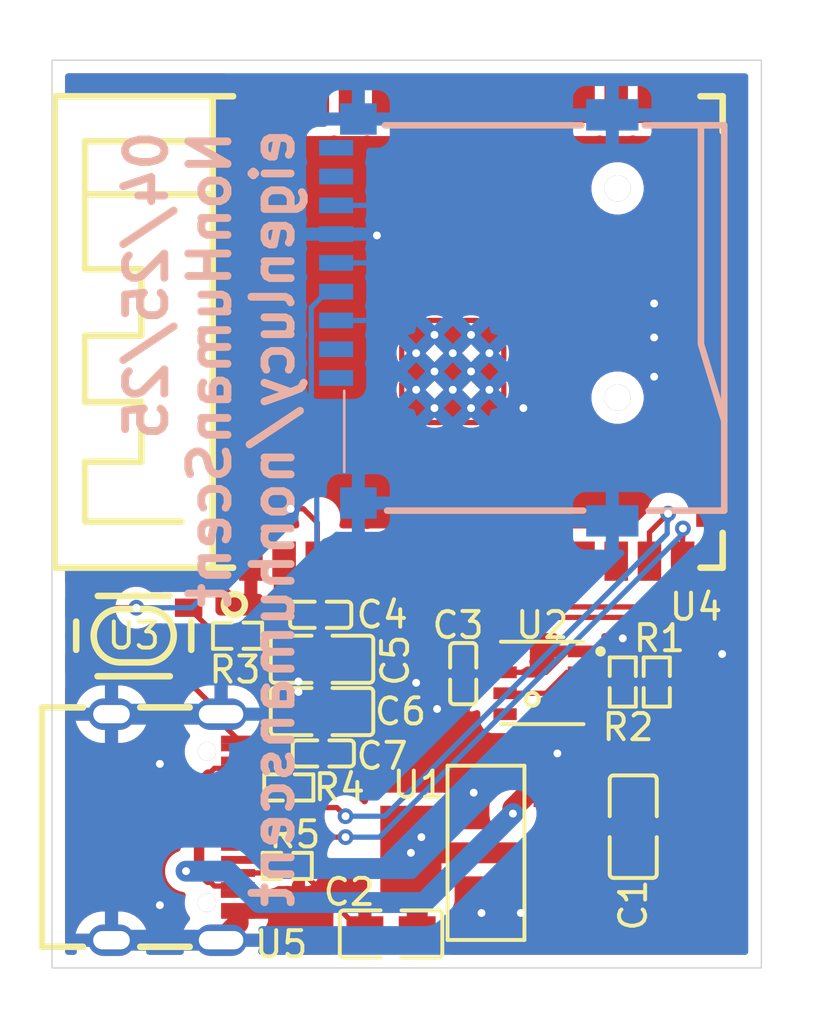
<source format=kicad_pcb>
(kicad_pcb (version 20241229) (generator "pcbnew") (generator_version "9.0")
  (layers (0 "F.Cu" signal) (2 "B.Cu" signal) (13 "F.Paste" user) (15 "B.Paste" user) (5 "F.SilkS" user "F.Silkscreen") (7 "B.SilkS" user "B.Silkscreen") (1 "F.Mask" user) (3 "B.Mask" user) (25 "Edge.Cuts" user))
  (net 0 "")
  (net 1 "io18")
  (net 2 "io40")
  (net 3 "io45")
  (net 4 "io37")
  (net 5 "CC2")
  (net 6 "SDI")
  (net 7 "io16")
  (net 8 "io4")
  (net 9 "io36")
  (net 10 "io1")
  (net 11 "SUB2")
  (net 12 "io46")
  (net 13 "io20")
  (net 14 "RXD0")
  (net 15 "io10")
  (net 16 "io5")
  (net 17 "io17")
  (net 18 "io42")
  (net 19 "io2")
  (net 20 "TXD0")
  (net 21 "io47")
  (net 22 "io41")
  (net 23 "SDO")
  (net 24 "io8")
  (net 25 "io0")
  (net 26 "SCK")
  (net 27 "io9")
  (net 28 "io39")
  (net 29 "io38")
  (net 30 "CSB")
  (net 31 "io3")
  (net 32 "A8")
  (net 33 "A5")
  (net 34 "hv-1")
  (net 35 "io15")
  (net 36 "io21")
  (net 37 "io48")
  (net 38 "io19")
  (net 39 "io14")
  (net 40 "gnd")
  (net 41 "io35")
  (net 42 "in")
  (net 43 "CD")
  (net 44 "DAT2_RSV_")
  (net 45 "CDDAT3_CS_")
  (net 46 "DAT1_RSV_")
  (net 47 "CLK_SCLK_")
  (net 48 "DAT0_D0_")
  (net 49 "CMD_DI_")
  (net 50 "hv")
  (footprint "atopile:C0402-b3ef17" (layer "F.Cu") (at 85.8 83.75 -90)
    (property "Reference" "C3" (at -1.85 0.2 0) (layer "F.SilkS") (hide no))
    (property "Value" "100nF ±10% 16V X7R" (hide yes))
    (pad "1" smd rect (at -0.55 0 270) (size 0.79 0.54) (layers "F.Cu" "F.Mask" "F.Paste") (net 50 "hv"))
    (pad "2" smd rect (at 0.55 0 270) (size 0.79 0.54) (layers "F.Cu" "F.Mask" "F.Paste") (net 40 "gnd"))
  )
  (footprint "lib:KEY-SMD_4P-L4.2-W3.2-P2.20-LS4.6" (layer "F.Cu") (at 73.2 82.3 0)
    (property "Reference" "U3" (hide yes))
    (property "Value" "")
    (fp_text user "${REFERENCE}" (at 0 0 0) (layer "F.SilkS"))
    (pad "1" smd rect (at -2.1 -1.07 0) (size 1.05 0.7) (layers "F.Cu" "F.Mask" "F.Paste") (net 42 "in"))
    (pad "2" smd rect (at 2.1 -1.07 0) (size 1.05 0.7) (layers "F.Cu" "F.Mask" "F.Paste") (net 42 "in"))
    (pad "3" smd rect (at -2.1 1.07 0) (size 1.05 0.7) (layers "F.Cu" "F.Mask" "F.Paste") (net 40 "gnd"))
    (pad "4" smd rect (at 2.1 1.07 0) (size 1.05 0.7) (layers "F.Cu" "F.Mask" "F.Paste") (net 40 "gnd"))
  )
  (footprint "lib:SOT-223-3_L6.5-W3.4-P2.30-LS7.0-BR" (layer "F.Cu") (at 86.77 90.6 0)
    (property "Reference" "U1" (at -2.67 -2.6 0) (layer "F.SilkS") (hide no))
    (property "Value" "")
    (pad "1" smd rect (at 2.97 2.3 0) (size 2.5 1.1) (layers "F.Cu" "F.Mask" "F.Paste") (net 40 "gnd"))
    (pad "2" smd rect (at 2.97 0 0) (size 2.5 1.1) (layers "F.Cu" "F.Mask" "F.Paste") (net 50 "hv"))
    (pad "3" smd rect (at 2.97 -2.3 0) (size 2.5 1.1) (layers "F.Cu" "F.Mask" "F.Paste") (net 34 "hv-1"))
    (pad "4" smd rect (at -2.97 0 0) (size 2.34 3.6) (layers "F.Cu" "F.Mask" "F.Paste") (net 50 "hv"))
  )
  (footprint "atopile:R0402-56259e" (layer "F.Cu") (at 79.07 91.1 0)
    (property "Reference" "R5" (hide yes))
    (property "Value" "4.7kΩ ±1% 62.5mW" (hide yes))
    (fp_text user "${REFERENCE}" (at 0.29 -1.2 0) (layer "F.SilkS"))
    (pad "1" smd rect (at -0.43 0 0) (size 0.57 0.54) (layers "F.Cu" "F.Mask" "F.Paste") (net 5 "CC2"))
    (pad "2" smd rect (at 0.43 0 0) (size 0.57 0.54) (layers "F.Cu" "F.Mask" "F.Paste") (net 40 "gnd"))
  )
  (footprint "atopile:C0805-3b2e55" (layer "F.Cu") (at 92.3 89.6 -90)
    (property "Reference" "C1" (hide yes))
    (property "Value" "10µF ±10% 25V X5R" (hide yes))
    (fp_text user "${REFERENCE}" (at 3 0 90) (layer "F.SilkS"))
    (pad "1" smd rect (at -1 0 270) (size 1.41 1.35) (layers "F.Cu" "F.Mask" "F.Paste") (net 34 "hv-1"))
    (pad "2" smd rect (at 1 0 270) (size 1.41 1.35) (layers "F.Cu" "F.Mask" "F.Paste") (net 40 "gnd"))
  )
  (footprint "atopile:R0402-56259e" (layer "F.Cu") (at 93.2 84.07 90)
    (property "Reference" "R1" (hide yes))
    (property "Value" "1kΩ ±1% 62.5mW" (hide yes))
    (fp_text user "${REFERENCE}" (at 1.67 0.1 180) (layer "F.SilkS"))
    (pad "1" smd rect (at -0.43 0 90) (size 0.57 0.54) (layers "F.Cu" "F.Mask" "F.Paste") (net 26 "SCK"))
    (pad "2" smd rect (at 0.43 0 90) (size 0.57 0.54) (layers "F.Cu" "F.Mask" "F.Paste") (net 30 "CSB"))
  )
  (footprint "lib:WIRELM-SMD_ESP32-S3-WROOM-1" (layer "F.Cu") (at 86.57 70.7 90)
    (property "Reference" "U4" (at -10.5 8.13 180) (layer "F.SilkS") (hide no))
    (property "Value" "")
    (pad "" thru_hole circle (at -2.9 -1.87 90) (size 0.5 0.5) (drill 0.3) (layers "*.Cu" "*.Paste" "*.Mask") (net 40 "gnd"))
    (pad "" thru_hole circle (at -2.9 -0.47 90) (size 0.5 0.5) (drill 0.3) (layers "*.Cu" "*.Paste" "*.Mask") (net 40 "gnd"))
    (pad "" thru_hole circle (at -2.2 -2.57 90) (size 0.5 0.5) (drill 0.3) (layers "*.Cu" "*.Paste" "*.Mask") (net 40 "gnd"))
    (pad "" thru_hole circle (at -2.2 -1.17 90) (size 0.5 0.5) (drill 0.3) (layers "*.Cu" "*.Paste" "*.Mask") (net 40 "gnd"))
    (pad "" thru_hole circle (at -2.2 0.23 90) (size 0.5 0.5) (drill 0.3) (layers "*.Cu" "*.Paste" "*.Mask") (net 40 "gnd"))
    (pad "" thru_hole circle (at -1.5 -1.87 90) (size 0.5 0.5) (drill 0.3) (layers "*.Cu" "*.Paste" "*.Mask") (net 40 "gnd"))
    (pad "" thru_hole circle (at -1.5 -0.47 90) (size 0.5 0.5) (drill 0.3) (layers "*.Cu" "*.Paste" "*.Mask") (net 40 "gnd"))
    (pad "" thru_hole circle (at -0.8 -2.57 90) (size 0.5 0.5) (drill 0.3) (layers "*.Cu" "*.Paste" "*.Mask") (net 40 "gnd"))
    (pad "" thru_hole circle (at -0.8 -1.17 90) (size 0.5 0.5) (drill 0.3) (layers "*.Cu" "*.Paste" "*.Mask") (net 40 "gnd"))
    (pad "" thru_hole circle (at -0.8 0.23 90) (size 0.5 0.5) (drill 0.3) (layers "*.Cu" "*.Paste" "*.Mask") (net 40 "gnd"))
    (pad "" thru_hole circle (at -0.1 -1.87 90) (size 0.5 0.5) (drill 0.3) (layers "*.Cu" "*.Paste" "*.Mask") (net 40 "gnd"))
    (pad "" thru_hole circle (at -0.1 -0.47 90) (size 0.5 0.5) (drill 0.3) (layers "*.Cu" "*.Paste" "*.Mask") (net 40 "gnd"))
    (pad "1" smd rect (at -8.75 -8.89 90) (size 1.5 0.9) (layers "F.Cu" "F.Mask" "F.Paste") (net 40 "gnd"))
    (pad "2" smd rect (at -8.75 -7.62 90) (size 1.5 0.9) (layers "F.Cu" "F.Mask" "F.Paste") (net 50 "hv"))
    (pad "3" smd rect (at -8.75 -6.35 90) (size 1.5 0.9) (layers "F.Cu" "F.Mask" "F.Paste") (net 42 "in"))
    (pad "4" smd rect (at -8.75 -5.08 90) (size 1.5 0.9) (layers "F.Cu" "F.Mask" "F.Paste") (net 8 "io4"))
    (pad "5" smd rect (at -8.75 -3.81 90) (size 1.5 0.9) (layers "F.Cu" "F.Mask" "F.Paste") (net 16 "io5"))
    (pad "6" smd rect (at -8.75 -2.54 90) (size 1.5 0.9) (layers "F.Cu" "F.Mask" "F.Paste") (net 26 "SCK"))
    (pad "7" smd rect (at -8.75 -1.27 90) (size 1.5 0.9) (layers "F.Cu" "F.Mask" "F.Paste") (net 6 "SDI"))
    (pad "8" smd rect (at -8.75 0 90) (size 1.5 0.9) (layers "F.Cu" "F.Mask" "F.Paste") (net 35 "io15"))
    (pad "9" smd rect (at -8.75 1.27 90) (size 1.5 0.9) (layers "F.Cu" "F.Mask" "F.Paste") (net 7 "io16"))
    (pad "10" smd rect (at -8.75 2.54 90) (size 1.5 0.9) (layers "F.Cu" "F.Mask" "F.Paste") (net 17 "io17"))
    (pad "11" smd rect (at -8.75 3.81 90) (size 1.5 0.9) (layers "F.Cu" "F.Mask" "F.Paste") (net 1 "io18"))
    (pad "12" smd rect (at -8.75 5.08 90) (size 1.5 0.9) (layers "F.Cu" "F.Mask" "F.Paste") (net 24 "io8"))
    (pad "13" smd rect (at -8.75 6.35 90) (size 1.5 0.9) (layers "F.Cu" "F.Mask" "F.Paste") (net 38 "io19"))
    (pad "14" smd rect (at -8.75 7.62 90) (size 1.5 0.9) (layers "F.Cu" "F.Mask" "F.Paste") (net 13 "io20"))
    (pad "15" smd rect (at -6.99 8.89 180) (size 1.5 0.9) (layers "F.Cu" "F.Mask" "F.Paste") (net 31 "io3"))
    (pad "16" smd rect (at -5.72 8.89 180) (size 1.5 0.9) (layers "F.Cu" "F.Mask" "F.Paste") (net 12 "io46"))
    (pad "17" smd rect (at -4.45 8.89 180) (size 1.5 0.9) (layers "F.Cu" "F.Mask" "F.Paste") (net 27 "io9"))
    (pad "18" smd rect (at -3.18 8.89 180) (size 1.5 0.9) (layers "F.Cu" "F.Mask" "F.Paste") (net 15 "io10"))
    (pad "19" smd rect (at -1.91 8.89 180) (size 1.5 0.9) (layers "F.Cu" "F.Mask" "F.Paste") (net 49 "CMD_DI_"))
    (pad "20" smd rect (at -0.63 8.89 180) (size 1.5 0.9) (layers "F.Cu" "F.Mask" "F.Paste") (net 47 "CLK_SCLK_"))
    (pad "21" smd rect (at 0.63 8.89 180) (size 1.5 0.9) (layers "F.Cu" "F.Mask" "F.Paste") (net 48 "DAT0_D0_"))
    (pad "22" smd rect (at 1.9 8.89 180) (size 1.5 0.9) (layers "F.Cu" "F.Mask" "F.Paste") (net 39 "io14"))
    (pad "23" smd rect (at 3.17 8.89 180) (size 1.5 0.9) (layers "F.Cu" "F.Mask" "F.Paste") (net 36 "io21"))
    (pad "24" smd rect (at 4.45 8.89 180) (size 1.5 0.9) (layers "F.Cu" "F.Mask" "F.Paste") (net 21 "io47"))
    (pad "25" smd rect (at 5.72 8.89 180) (size 1.5 0.9) (layers "F.Cu" "F.Mask" "F.Paste") (net 37 "io48"))
    (pad "26" smd rect (at 6.99 8.86 180) (size 1.5 0.9) (layers "F.Cu" "F.Mask" "F.Paste") (net 3 "io45"))
    (pad "27" smd rect (at 8.75 7.62 270) (size 1.5 0.9) (layers "F.Cu" "F.Mask" "F.Paste") (net 25 "io0"))
    (pad "28" smd rect (at 8.75 6.35 270) (size 1.5 0.9) (layers "F.Cu" "F.Mask" "F.Paste") (net 41 "io35"))
    (pad "29" smd rect (at 8.75 5.08 270) (size 1.5 0.9) (layers "F.Cu" "F.Mask" "F.Paste") (net 9 "io36"))
    (pad "30" smd rect (at 8.75 3.81 270) (size 1.5 0.9) (layers "F.Cu" "F.Mask" "F.Paste") (net 4 "io37"))
    (pad "31" smd rect (at 8.75 2.54 270) (size 1.5 0.9) (layers "F.Cu" "F.Mask" "F.Paste") (net 29 "io38"))
    (pad "32" smd rect (at 8.75 1.27 270) (size 1.5 0.9) (layers "F.Cu" "F.Mask" "F.Paste") (net 28 "io39"))
    (pad "33" smd rect (at 8.75 0 270) (size 1.5 0.9) (layers "F.Cu" "F.Mask" "F.Paste") (net 2 "io40"))
    (pad "34" smd rect (at 8.75 -1.27 270) (size 1.5 0.9) (layers "F.Cu" "F.Mask" "F.Paste") (net 22 "io41"))
    (pad "35" smd rect (at 8.75 -2.54 270) (size 1.5 0.9) (layers "F.Cu" "F.Mask" "F.Paste") (net 18 "io42"))
    (pad "36" smd rect (at 8.75 -3.81 270) (size 1.5 0.9) (layers "F.Cu" "F.Mask" "F.Paste") (net 14 "RXD0"))
    (pad "37" smd rect (at 8.75 -5.08 270) (size 1.5 0.9) (layers "F.Cu" "F.Mask" "F.Paste") (net 20 "TXD0"))
    (pad "38" smd rect (at 8.75 -6.35 270) (size 1.5 0.9) (layers "F.Cu" "F.Mask" "F.Paste") (net 19 "io2"))
    (pad "39" smd rect (at 8.75 -7.62 270) (size 1.5 0.9) (layers "F.Cu" "F.Mask" "F.Paste") (net 10 "io1"))
    (pad "40" smd rect (at 8.75 -8.89 270) (size 1.5 0.9) (layers "F.Cu" "F.Mask" "F.Paste") (net 40 "gnd"))
    (pad "41" smd rect (at -2.9 -2.57 180) (size 0.9 0.9) (layers "F.Cu" "F.Mask" "F.Paste") (net 40 "gnd"))
    (pad "41" smd rect (at -2.9 -1.17 180) (size 0.9 0.9) (layers "F.Cu" "F.Mask" "F.Paste") (net 40 "gnd"))
    (pad "41" smd rect (at -2.9 0.23 180) (size 0.9 0.9) (layers "F.Cu" "F.Mask" "F.Paste") (net 40 "gnd"))
    (pad "41" smd rect (at -1.5 -2.57 180) (size 0.9 0.9) (layers "F.Cu" "F.Mask" "F.Paste") (net 40 "gnd"))
    (pad "41" smd rect (at -1.5 -1.17 180) (size 0.9 0.9) (layers "F.Cu" "F.Mask" "F.Paste") (net 40 "gnd"))
    (pad "41" smd rect (at -1.5 0.23 180) (size 0.9 0.9) (layers "F.Cu" "F.Mask" "F.Paste") (net 40 "gnd"))
    (pad "41" smd rect (at -0.1 -2.57 180) (size 0.9 0.9) (layers "F.Cu" "F.Mask" "F.Paste") (net 40 "gnd"))
    (pad "41" smd rect (at -0.1 -1.17 180) (size 0.9 0.9) (layers "F.Cu" "F.Mask" "F.Paste") (net 40 "gnd"))
    (pad "41" smd rect (at -0.1 0.23 180) (size 0.9 0.9) (layers "F.Cu" "F.Mask" "F.Paste") (net 40 "gnd"))
  )
  (footprint "atopile:C0805-3b2e55" (layer "F.Cu") (at 83.04 93.7 180)
    (property "Reference" "C2" (at 1.6 1.6 0) (layer "F.SilkS") (hide no))
    (property "Value" "10µF ±10% 25V X5R" (hide yes))
    (pad "1" smd rect (at -1 0 180) (size 1.41 1.35) (layers "F.Cu" "F.Mask" "F.Paste") (net 50 "hv"))
    (pad "2" smd rect (at 1 0 180) (size 1.41 1.35) (layers "F.Cu" "F.Mask" "F.Paste") (net 40 "gnd"))
  )
  (footprint "atopile:C0402-b3ef17" (layer "F.Cu") (at 80.35 81.5 0)
    (property "Reference" "C4" (at 2.35 0 0) (layer "F.SilkS") (hide no))
    (property "Value" "100nF ±10% 16V X7R" (hide yes))
    (pad "1" smd rect (at -0.55 0 0) (size 0.79 0.54) (layers "F.Cu" "F.Mask" "F.Paste") (net 50 "hv"))
    (pad "2" smd rect (at 0.55 0 0) (size 0.79 0.54) (layers "F.Cu" "F.Mask" "F.Paste") (net 40 "gnd"))
  )
  (footprint "lib:USB-C-SMD_KH-TYPE-C-16P" (layer "F.Cu") (at 74.77 89.62 -90)
    (property "Reference" "U5" (hide yes))
    (property "Value" "")
    (fp_text user "${REFERENCE}" (at 4.48 -4.07 0) (layer "F.SilkS"))
    (pad "" thru_hole circle (at -2.89 -1.23 270) (size 0.7 0.7) (drill 0.7) (layers "*.Cu" "*.Mask"))
    (pad "" thru_hole circle (at 2.89 -1.23 270) (size 0.7 0.7) (drill 0.7) (layers "*.Cu" "*.Mask"))
    (pad "1" thru_hole oval (at -4.32 -1.77 270) (size 1.2 2) (drill oval 0.700024 1.699997) (layers "*.Cu" "*.Mask") (net 40 "gnd"))
    (pad "2" thru_hole oval (at 4.32 -1.77 270) (size 1.2 2) (drill oval 0.700024 1.699997) (layers "*.Cu" "*.Mask") (net 40 "gnd"))
    (pad "3" thru_hole oval (at -4.32 2.42 270) (size 1.2 1.8) (drill oval 0.700024 1.399997) (layers "*.Cu" "*.Mask") (net 40 "gnd"))
    (pad "4" thru_hole oval (at 4.32 2.42 270) (size 1.2 1.8) (drill oval 0.700024 1.399997) (layers "*.Cu" "*.Mask") (net 40 "gnd"))
    (pad "A1" smd rect (at -3.35 -2.42 270) (size 0.3 1.3) (layers "F.Cu" "F.Mask" "F.Paste") (net 40 "gnd"))
    (pad "A4" smd rect (at -2.55 -2.42 270) (size 0.3 1.3) (layers "F.Cu" "F.Mask" "F.Paste") (net 34 "hv-1"))
    (pad "A5" smd rect (at -1.25 -2.42 270) (size 0.3 1.3) (layers "F.Cu" "F.Mask" "F.Paste") (net 33 "A5"))
    (pad "A6" smd rect (at -0.25 -2.42 270) (size 0.3 1.3) (layers "F.Cu" "F.Mask" "F.Paste") (net 13 "io20"))
    (pad "A7" smd rect (at 0.25 -2.42 270) (size 0.3 1.3) (layers "F.Cu" "F.Mask" "F.Paste") (net 38 "io19"))
    (pad "A8" smd rect (at 1.25 -2.42 270) (size 0.3 1.3) (layers "F.Cu" "F.Mask" "F.Paste") (net 32 "A8"))
    (pad "A9" smd rect (at 2.55 -2.41 270) (size 0.3 1.3) (layers "F.Cu" "F.Mask" "F.Paste") (net 34 "hv-1"))
    (pad "A12" smd rect (at 3.35 -2.42 270) (size 0.3 1.3) (layers "F.Cu" "F.Mask" "F.Paste") (net 40 "gnd"))
    (pad "B1" smd rect (at 3.05 -2.42 270) (size 0.3 1.3) (layers "F.Cu" "F.Mask" "F.Paste") (net 40 "gnd"))
    (pad "B4" smd rect (at 2.25 -2.41 270) (size 0.3 1.3) (layers "F.Cu" "F.Mask" "F.Paste") (net 34 "hv-1"))
    (pad "B5" smd rect (at 1.75 -2.42 270) (size 0.3 1.3) (layers "F.Cu" "F.Mask" "F.Paste") (net 5 "CC2"))
    (pad "B6" smd rect (at 0.75 -2.42 270) (size 0.3 1.3) (layers "F.Cu" "F.Mask" "F.Paste") (net 13 "io20"))
    (pad "B7" smd rect (at -0.75 -2.42 270) (size 0.3 1.3) (layers "F.Cu" "F.Mask" "F.Paste") (net 38 "io19"))
    (pad "B8" smd rect (at -1.75 -2.42 270) (size 0.3 1.3) (layers "F.Cu" "F.Mask" "F.Paste") (net 11 "SUB2"))
    (pad "B9" smd rect (at -2.25 -2.42 270) (size 0.3 1.3) (layers "F.Cu" "F.Mask" "F.Paste") (net 34 "hv-1"))
    (pad "B12" smd rect (at -3.05 -2.42 270) (size 0.3 1.3) (layers "F.Cu" "F.Mask" "F.Paste") (net 40 "gnd"))
  )
  (footprint "atopile:R0402-56259e" (layer "F.Cu") (at 77.17 82.3 180)
    (property "Reference" "R3" (hide yes))
    (property "Value" "10kΩ ±1% 62.5mW" (hide yes))
    (fp_text user "${REFERENCE}" (at 0.1 -1.3 0) (layer "F.SilkS"))
    (pad "1" smd rect (at -0.43 0 180) (size 0.57 0.54) (layers "F.Cu" "F.Mask" "F.Paste") (net 50 "hv"))
    (pad "2" smd rect (at 0.43 0 180) (size 0.57 0.54) (layers "F.Cu" "F.Mask" "F.Paste") (net 42 "in"))
  )
  (footprint "atopile:R0402-56259e" (layer "F.Cu") (at 91.9 84.07 90)
    (property "Reference" "R2" (hide yes))
    (property "Value" "1kΩ ±1% 62.5mW" (hide yes))
    (fp_text user "${REFERENCE}" (at -1.73 0.2 180) (layer "F.SilkS"))
    (pad "1" smd rect (at -0.43 0 90) (size 0.57 0.54) (layers "F.Cu" "F.Mask" "F.Paste") (net 6 "SDI"))
    (pad "2" smd rect (at 0.43 0 90) (size 0.57 0.54) (layers "F.Cu" "F.Mask" "F.Paste") (net 30 "CSB"))
  )
  (footprint "atopile:C0805-3b2e55" (layer "F.Cu") (at 80.4 85.2 0)
    (property "Reference" "C6" (at 3 0 0) (layer "F.SilkS") (hide no))
    (property "Value" "10µF ±10% 25V X5R" (hide yes))
    (pad "1" smd rect (at -1 0 0) (size 1.41 1.35) (layers "F.Cu" "F.Mask" "F.Paste") (net 50 "hv"))
    (pad "2" smd rect (at 1 0 0) (size 1.41 1.35) (layers "F.Cu" "F.Mask" "F.Paste") (net 40 "gnd"))
  )
  (footprint "atopile:R0402-56259e" (layer "F.Cu") (at 79.13 88.1 0)
    (property "Reference" "R4" (hide yes))
    (property "Value" "4.7kΩ ±1% 62.5mW" (hide yes))
    (fp_text user "${REFERENCE}" (at 1.93 0 0) (layer "F.SilkS"))
    (pad "1" smd rect (at -0.43 0 0) (size 0.57 0.54) (layers "F.Cu" "F.Mask" "F.Paste") (net 33 "A5"))
    (pad "2" smd rect (at 0.43 0 0) (size 0.57 0.54) (layers "F.Cu" "F.Mask" "F.Paste") (net 40 "gnd"))
  )
  (footprint "atopile:LGA-8_L3.0-W3.0-P0.80_BME688-7465bb" (layer "F.Cu") (at 88.82 84.1 0)
    (property "Reference" "U2" (at 0 -2.2 0) (layer "F.SilkS") (hide no))
    (property "Value" "")
    (pad "1" smd rect (at 1.42 -1.2 270) (size 0.45 0.89) (layers "F.Cu" "F.Mask" "F.Paste") (net 40 "gnd"))
    (pad "2" smd rect (at 1.42 -0.4 270) (size 0.45 0.89) (layers "F.Cu" "F.Mask" "F.Paste") (net 30 "CSB"))
    (pad "3" smd rect (at 1.42 0.4 270) (size 0.45 0.89) (layers "F.Cu" "F.Mask" "F.Paste") (net 6 "SDI"))
    (pad "4" smd rect (at 1.42 1.2 270) (size 0.45 0.89) (layers "F.Cu" "F.Mask" "F.Paste") (net 26 "SCK"))
    (pad "5" smd rect (at -1.42 1.2 270) (size 0.45 0.89) (layers "F.Cu" "F.Mask" "F.Paste") (net 23 "SDO"))
    (pad "6" smd rect (at -1.42 0.4 270) (size 0.45 0.89) (layers "F.Cu" "F.Mask" "F.Paste") (net 30 "CSB"))
    (pad "7" smd rect (at -1.42 -0.4 270) (size 0.45 0.89) (layers "F.Cu" "F.Mask" "F.Paste") (net 40 "gnd"))
    (pad "8" smd rect (at -1.42 -1.2 270) (size 0.45 0.89) (layers "F.Cu" "F.Mask" "F.Paste") (net 50 "hv"))
  )
  (footprint "atopile:C0805-3b2e55" (layer "F.Cu") (at 80.4 83.2 0)
    (property "Reference" "C5" (at 2.8 0.04 90) (layer "F.SilkS") (hide no))
    (property "Value" "10µF ±10% 25V X5R" (hide yes))
    (pad "1" smd rect (at -1 0 0) (size 1.41 1.35) (layers "F.Cu" "F.Mask" "F.Paste") (net 50 "hv"))
    (pad "2" smd rect (at 1 0 0) (size 1.41 1.35) (layers "F.Cu" "F.Mask" "F.Paste") (net 40 "gnd"))
  )
  (footprint "atopile:C0402-b3ef17" (layer "F.Cu") (at 80.45 86.8 0)
    (property "Reference" "C7" (hide yes))
    (property "Value" "100nF ±10% 16V X7R" (hide yes))
    (fp_text user "${REFERENCE}" (at 2.25 0.1 0) (layer "F.SilkS"))
    (pad "1" smd rect (at -0.55 0 0) (size 0.79 0.54) (layers "F.Cu" "F.Mask" "F.Paste") (net 50 "hv"))
    (pad "2" smd rect (at 0.55 0 0) (size 0.79 0.54) (layers "F.Cu" "F.Mask" "F.Paste") (net 40 "gnd"))
  )
  (footprint "lib:TF-SMD_TF-01A" (layer "B.Cu") (at 86.22 70.15 -90)
    (property "Reference" "U6" (hide yes))
    (property "Value" "")
    (pad "" thru_hole circle (at -4.95 -5.48 270) (size 1 1) (drill 1) (layers "*.Cu" "*.Mask"))
    (pad "" thru_hole circle (at 3.05 -5.48 270) (size 1 1) (drill 1) (layers "*.Cu" "*.Mask"))
    (pad "1" smd rect (at 2.3 5.28 270) (size 0.6 1.3) (layers "B.Cu" "B.Mask" "B.Paste") (net 44 "DAT2_RSV_"))
    (pad "2" smd rect (at 1.2 5.28 270) (size 0.6 1.3) (layers "B.Cu" "B.Mask" "B.Paste") (net 45 "CDDAT3_CS_"))
    (pad "3" smd rect (at 0.1 5.28 270) (size 0.6 1.3) (layers "B.Cu" "B.Mask" "B.Paste") (net 49 "CMD_DI_"))
    (pad "4" smd rect (at -1 5.28 270) (size 0.6 1.3) (layers "B.Cu" "B.Mask" "B.Paste") (net 50 "hv"))
    (pad "5" smd rect (at -2.1 5.28 270) (size 0.6 1.3) (layers "B.Cu" "B.Mask" "B.Paste") (net 47 "CLK_SCLK_"))
    (pad "6" smd rect (at -3.2 5.28 270) (size 0.6 1.3) (layers "B.Cu" "B.Mask" "B.Paste") (net 40 "gnd"))
    (pad "7" smd rect (at -4.3 5.28 270) (size 0.6 1.3) (layers "B.Cu" "B.Mask" "B.Paste") (net 48 "DAT0_D0_"))
    (pad "8" smd rect (at -5.4 5.28 270) (size 0.6 1.3) (layers "B.Cu" "B.Mask" "B.Paste") (net 46 "DAT1_RSV_"))
    (pad "9" smd rect (at -6.5 5.28 270) (size 0.6 1.3) (layers "B.Cu" "B.Mask" "B.Paste") (net 43 "CD"))
    (pad "10" smd rect (at -7.6 4.43 270) (size 1.2 1.4) (layers "B.Cu" "B.Mask" "B.Paste") (net 40 "gnd"))
    (pad "11" smd rect (at -7.76 -5.28 270) (size 1.2 2) (layers "B.Cu" "B.Mask" "B.Paste") (net 40 "gnd"))
    (pad "12" smd rect (at 7.76 -5.28 270) (size 1.2 2) (layers "B.Cu" "B.Mask" "B.Paste") (net 40 "gnd"))
    (pad "13" smd rect (at 7.08 4.43 270) (size 1.2 1.4) (layers "B.Cu" "B.Mask" "B.Paste") (net 40 "gnd"))
  )
  (via (at 81.3 90) (size 0.6) (drill 0.3) (layers "F.Cu" "B.Cu") (net 13))
  (via (at 94.2 78.2) (size 0.6) (drill 0.3) (layers "F.Cu" "B.Cu") (net 13))
  (via (at 75.2 91.3) (size 0.6) (drill 0.3) (layers "F.Cu" "B.Cu") (net 34))
  (via (at 87.7 89.1) (size 0.6) (drill 0.3) (layers "F.Cu" "B.Cu") (net 34))
  (via (at 93.634313 77.634313) (size 0.6) (drill 0.3) (layers "F.Cu" "B.Cu") (net 38))
  (via (at 81.3 89.2) (size 0.6) (drill 0.3) (layers "F.Cu" "B.Cu") (net 38))
  (via (at 88.1 73.6) (size 0.6) (drill 0.3) (layers "F.Cu" "B.Cu") (net 40))
  (via (at 91.9 82.4) (size 0.6) (drill 0.3) (layers "F.Cu" "B.Cu") (net 40))
  (via (at 89.4 86.8) (size 0.6) (drill 0.3) (layers "F.Cu" "B.Cu") (net 40))
  (via (at 82.5 67) (size 0.6) (drill 0.3) (layers "F.Cu" "B.Cu") (net 40))
  (via (at 74.2 87.2) (size 0.6) (drill 0.3) (layers "F.Cu" "B.Cu") (net 40))
  (via (at 95.7 83) (size 0.6) (drill 0.3) (layers "F.Cu" "B.Cu") (net 40))
  (via (at 74.2 92.6) (size 0.6) (drill 0.3) (layers "F.Cu" "B.Cu") (net 40))
  (via (at 84 84.1) (size 0.6) (drill 0.3) (layers "F.Cu" "B.Cu") (net 40))
  (via (at 86.5 92.9) (size 0.6) (drill 0.3) (layers "F.Cu" "B.Cu") (net 40))
  (via (at 86.2 88.3) (size 0.6) (drill 0.3) (layers "F.Cu" "B.Cu") (net 40))
  (via (at 88 92.9) (size 0.6) (drill 0.3) (layers "F.Cu" "B.Cu") (net 40))
  (via (at 84.8 85.1) (size 0.6) (drill 0.3) (layers "F.Cu" "B.Cu") (net 40))
  (via (at 79.2 77.45) (size 0.6) (drill 0.3) (layers "F.Cu" "B.Cu") (net 42))
  (via (at 73.3 81.23) (size 0.6) (drill 0.3) (layers "F.Cu" "B.Cu") (net 42))
  (via (at 93.1 70.9) (size 0.6) (drill 0.3) (layers "F.Cu" "B.Cu") (net 47))
  (via (at 93.1 69.6) (size 0.6) (drill 0.3) (layers "F.Cu" "B.Cu") (net 48))
  (via (at 93.1 72.4) (size 0.6) (drill 0.3) (layers "F.Cu" "B.Cu") (net 49))
  (via (at 84.2 90) (size 0.6) (drill 0.3) (layers "F.Cu" "B.Cu") (net 50))
  (via (at 79.5 84.05) (size 0.6) (drill 0.3) (layers "F.Cu" "B.Cu") (net 50))
  (via (at 79.5 84.45) (size 0.6) (drill 0.3) (layers "F.Cu" "B.Cu") (net 50))
  (via (at 83.8 90.6) (size 0.6) (drill 0.3) (layers "F.Cu" "B.Cu") (net 50))
  (zone (net 40) (net_name "gnd") (layers "F.Cu" "B.Cu") (priority 1) (connect_pads (clearance 0.5)) (min_thickness 0.25) (fill yes (thermal_gap 0.5) (thermal_bridge_width 0.5))
    (polygon (pts (xy 99.5 58) (xy 68.2 58) (xy 68.2 96.8) (xy 99.5 96.8)))
  )
  (zone (net 0) (net_name "") (layers "F.Cu" "B.Cu") (connect_pads (clearance 0)) (min_thickness 0.25) (fill (thermal_gap 0.5) (thermal_bridge_width 0.5))
    (keepout (tracks not_allowed) (vias not_allowed) (pads not_allowed) (copperpour not_allowed) (footprints allowed))
    (polygon (pts (xy 76.2 61.7) (xy 70.18 61.7) (xy 70.2 79.7) (xy 76.2 79.67)))
  )
  (segment (start 77.19 91.37) (end 78.37 91.37) (width 0.2) (net 5) (layer "F.Cu"))
  (segment (start 78.37 91.37) (end 78.64 91.1) (width 0.2) (net 5) (layer "F.Cu"))
  (segment (start 90.24 84.5) (end 89.768 84.5) (width 0.2) (net 6) (layer "F.Cu"))
  (segment (start 90.24 84.5) (end 91.9 84.5) (width 0.2) (net 6) (layer "F.Cu"))
  (segment (start 86.518 81.2) (end 85.3 79.982) (width 0.2) (net 6) (layer "F.Cu"))
  (segment (start 93.2 86) (end 94.4 84.8) (width 0.2) (net 6) (layer "F.Cu"))
  (segment (start 93.6 81.2) (end 86.518 81.2) (width 0.2) (net 6) (layer "F.Cu"))
  (segment (start 89.494 85.826) (end 89.668 86) (width 0.2) (net 6) (layer "F.Cu"))
  (segment (start 94.4 84.8) (end 94.4 82) (width 0.2) (net 6) (layer "F.Cu"))
  (segment (start 89.668 86) (end 93.2 86) (width 0.2) (net 6) (layer "F.Cu"))
  (segment (start 94.4 82) (end 93.6 81.2) (width 0.2) (net 6) (layer "F.Cu"))
  (segment (start 85.3 79.982) (end 85.3 79.45) (width 0.2) (net 6) (layer "F.Cu"))
  (segment (start 89.768 84.5) (end 89.494 84.774) (width 0.2) (net 6) (layer "F.Cu"))
  (segment (start 89.494 84.774) (end 89.494 85.826) (width 0.2) (net 6) (layer "F.Cu"))
  (segment (start 81.3 90) (end 78.462 90) (width 0.2) (net 13) (layer "F.Cu"))
  (segment (start 94.2 78.5) (end 94.19 78.51) (width 0.2) (net 13) (layer "F.Cu"))
  (segment (start 78.141 89.419) (end 78.141 90.321) (width 0.2) (net 13) (layer "F.Cu"))
  (segment (start 78.141 90.321) (end 78.092 90.37) (width 0.2) (net 13) (layer "F.Cu"))
  (segment (start 78.462 90) (end 78.141 90.321) (width 0.2) (net 13) (layer "F.Cu"))
  (segment (start 94.2 78.2) (end 94.2 78.5) (width 0.2) (net 13) (layer "F.Cu"))
  (segment (start 78.092 89.37) (end 78.141 89.419) (width 0.2) (net 13) (layer "F.Cu"))
  (segment (start 94.19 78.51) (end 94.19 79.45) (width 0.2) (net 13) (layer "F.Cu"))
  (segment (start 78.092 90.37) (end 77.19 90.37) (width 0.2) (net 13) (layer "F.Cu"))
  (segment (start 77.19 89.37) (end 78.092 89.37) (width 0.2) (net 13) (layer "F.Cu"))
  (segment (start 81.3 90) (end 82.6 90) (width 0.2) (net 13) (layer "B.Cu"))
  (segment (start 94.1 78.3) (end 94.2 78.2) (width 0.2) (net 13) (layer "B.Cu"))
  (segment (start 82.6 90) (end 94.1 78.5) (width 0.2) (net 13) (layer "B.Cu"))
  (segment (start 94.1 78.5) (end 94.1 78.3) (width 0.2) (net 13) (layer "B.Cu"))
  (segment (start 93.4 81.6) (end 85.648 81.6) (width 0.2) (net 26) (layer "F.Cu"))
  (segment (start 84.03 79.982) (end 84.03 79.45) (width 0.2) (net 26) (layer "F.Cu"))
  (segment (start 85.648 81.6) (end 84.03 79.982) (width 0.2) (net 26) (layer "F.Cu"))
  (segment (start 90.24 85.3) (end 92.4 85.3) (width 0.2) (net 26) (layer "F.Cu"))
  (segment (start 94 82.2) (end 93.4 81.6) (width 0.2) (net 26) (layer "F.Cu"))
  (segment (start 94 84.3) (end 94 82.2) (width 0.2) (net 26) (layer "F.Cu"))
  (segment (start 93.8 84.5) (end 94 84.3) (width 0.2) (net 26) (layer "F.Cu"))
  (segment (start 93.2 84.5) (end 93.8 84.5) (width 0.2) (net 26) (layer "F.Cu"))
  (segment (start 92.4 85.3) (end 93.2 84.5) (width 0.2) (net 26) (layer "F.Cu"))
  (segment (start 90.3 83.64) (end 90.24 83.7) (width 0.2) (net 30) (layer "F.Cu"))
  (segment (start 93.2 83.64) (end 91.9 83.64) (width 0.2) (net 30) (layer "F.Cu"))
  (segment (start 89.768 83.7) (end 90.24 83.7) (width 0.2) (net 30) (layer "F.Cu"))
  (segment (start 87.4 84.5) (end 88.968 84.5) (width 0.2) (net 30) (layer "F.Cu"))
  (segment (start 88.968 84.5) (end 89.768 83.7) (width 0.2) (net 30) (layer "F.Cu"))
  (segment (start 91.9 83.64) (end 90.3 83.64) (width 0.2) (net 30) (layer "F.Cu"))
  (segment (start 78.7 88.1) (end 78.43 88.37) (width 0.2) (net 33) (layer "F.Cu"))
  (segment (start 78.43 88.37) (end 77.19 88.37) (width 0.2) (net 33) (layer "F.Cu"))
  (segment (start 77.19 87.37) (end 76.288 87.37) (width 0.2) (net 34) (layer "F.Cu"))
  (segment (start 75.7 87.958) (end 75.7 91.282) (width 0.4) (net 34) (layer "F.Cu"))
  (segment (start 89.94 88.5) (end 89.74 88.3) (width 0.8) (net 34) (layer "F.Cu"))
  (segment (start 87.7 88.9) (end 88.3 88.3) (width 0.8) (net 34) (layer "F.Cu"))
  (segment (start 89.74 88.3) (end 92 88.3) (width 0.8) (net 34) (layer "F.Cu"))
  (segment (start 76.288 91.87) (end 77.18 91.87) (width 0.2) (net 34) (layer "F.Cu"))
  (segment (start 76.05 87.608) (end 75.7 87.958) (width 0.4) (net 34) (layer "F.Cu"))
  (segment (start 75.218 91.282) (end 75.2 91.3) (width 0.4) (net 34) (layer "F.Cu"))
  (segment (start 92 88.3) (end 92.3 88.6) (width 0.8) (net 34) (layer "F.Cu"))
  (segment (start 87.7 89.1) (end 87.7 88.9) (width 0.8) (net 34) (layer "F.Cu"))
  (segment (start 75.7 91.282) (end 76.05 91.632) (width 0.4) (net 34) (layer "F.Cu"))
  (segment (start 77.19 87.07) (end 77.32 87.2) (width 0.2) (net 34) (layer "F.Cu"))
  (segment (start 75.7 91.282) (end 75.218 91.282) (width 0.4) (net 34) (layer "F.Cu"))
  (segment (start 76.05 91.632) (end 76.288 91.87) (width 0.2) (net 34) (layer "F.Cu"))
  (segment (start 76.288 87.37) (end 76.05 87.608) (width 0.2) (net 34) (layer "F.Cu"))
  (segment (start 88.3 88.3) (end 89.74 88.3) (width 0.8) (net 34) (layer "F.Cu"))
  (segment (start 84.3 92.5) (end 78 92.5) (width 0.8) (net 34) (layer "B.Cu"))
  (segment (start 78 92.5) (end 76.8 91.3) (width 0.8) (net 34) (layer "B.Cu"))
  (segment (start 76.8 91.3) (end 75.2 91.3) (width 0.8) (net 34) (layer "B.Cu"))
  (segment (start 87.7 89.1) (end 84.3 92.5) (width 0.8) (net 34) (layer "B.Cu"))
  (segment (start 76.239 89.821) (end 76.239 89.001) (width 0.2) (net 38) (layer "F.Cu"))
  (segment (start 76.37 88.87) (end 77.19 88.87) (width 0.2) (net 38) (layer "F.Cu"))
  (segment (start 92.92 78.348626) (end 92.92 79.45) (width 0.2) (net 38) (layer "F.Cu"))
  (segment (start 93.634313 77.634313) (end 92.92 78.348626) (width 0.2) (net 38) (layer "F.Cu"))
  (segment (start 77.19 89.87) (end 76.288 89.87) (width 0.2) (net 38) (layer "F.Cu"))
  (segment (start 80.97 88.87) (end 81.3 89.2) (width 0.2) (net 38) (layer "F.Cu"))
  (segment (start 77.19 88.87) (end 80.97 88.87) (width 0.2) (net 38) (layer "F.Cu"))
  (segment (start 76.288 89.87) (end 76.239 89.821) (width 0.2) (net 38) (layer "F.Cu"))
  (segment (start 76.239 89.001) (end 76.37 88.87) (width 0.2) (net 38) (layer "F.Cu"))
  (segment (start 93.599 78.401) (end 82.8 89.2) (width 0.2) (net 38) (layer "B.Cu"))
  (segment (start 93.634313 77.634313) (end 93.634313 77.915744) (width 0.2) (net 38) (layer "B.Cu"))
  (segment (start 93.634313 77.915744) (end 93.599 77.951057) (width 0.2) (net 38) (layer "B.Cu"))
  (segment (start 93.599 77.951057) (end 93.599 78.401) (width 0.2) (net 38) (layer "B.Cu"))
  (segment (start 82.8 89.2) (end 81.3 89.2) (width 0.2) (net 38) (layer "B.Cu"))
  (segment (start 85.4 73.6) (end 85.4 73.679232) (width 0.2) (net 40) (layer "F.Cu"))
  (segment (start 81 87.7) (end 81 87.87) (width 0.8) (net 40) (layer "F.Cu"))
  (segment (start 84 72.2) (end 83.920768 72.2) (width 0.2) (net 40) (layer "F.Cu"))
  (segment (start 86.8 73.6) (end 86.8 73.679232) (width 0.2) (net 40) (layer "F.Cu"))
  (segment (start 85.4 73.679232) (end 84.928232 74.151) (width 0.2) (net 40) (layer "F.Cu"))
  (segment (start 87.351 71.271768) (end 87.351 71.728232) (width 0.2) (net 40) (layer "F.Cu"))
  (segment (start 84.928232 70.249) (end 85.4 70.720768) (width 0.2) (net 40) (layer "F.Cu"))
  (segment (start 87.351 73.128232) (end 86.879232 73.6) (width 0.2) (net 40) (layer "F.Cu"))
  (segment (start 83.449 72.671768) (end 83.920768 72.2) (width 0.2) (net 40) (layer "F.Cu"))
  (segment (start 75.3 83.37) (end 75.3 84.06) (width 0.2) (net 40) (layer "F.Cu"))
  (segment (start 84 70.8) (end 84 70.720768) (width 0.2) (net 40) (layer "F.Cu"))
  (segment (start 81.4 85.2) (end 81.4 83.1) (width 0.8) (net 40) (layer "F.Cu"))
  (segment (start 77.68 65.58) (end 77.68 61.95) (width 0.2) (net 40) (layer "F.Cu"))
  (segment (start 86.4 83.7) (end 85.8 84.3) (width 0.2) (net 40) (layer "F.Cu"))
  (segment (start 85.4 70.8) (end 85.4 70.720768) (width 0.2) (net 40) (layer "F.Cu"))
  (segment (start 81.4 83.1) (end 81.4 82) (width 0.8) (net 40) (layer "F.Cu"))
  (segment (start 79.5 91.19) (end 79.5 91.1) (width 0.2) (net 40) (layer "F.Cu"))
  (segment (start 86.8 70.8) (end 86.879232 70.8) (width 0.2) (net 40) (layer "F.Cu"))
  (segment (start 83.449 71.271768) (end 83.920768 70.8) (width 0.2) (net 40) (layer "F.Cu"))
  (segment (start 85.4 70.720768) (end 85.871768 70.249) (width 0.2) (net 40) (layer "F.Cu"))
  (segment (start 83.920768 73.6) (end 83.449 73.128232) (width 0.2) (net 40) (layer "F.Cu"))
  (segment (start 86.328232 70.249) (end 86.8 70.720768) (width 0.2) (net 40) (layer "F.Cu"))
  (segment (start 83.449 71.728232) (end 83.449 71.271768) (width 0.2) (net 40) (layer "F.Cu"))
  (segment (start 84 73.6) (end 83.920768 73.6) (width 0.2) (net 40) (layer "F.Cu"))
  (segment (start 83.449 73.128232) (end 83.449 72.671768) (width 0.2) (net 40) (layer "F.Cu"))
  (segment (start 87.4 83.7) (end 86.4 83.7) (width 0.2) (net 40) (layer "F.Cu"))
  (segment (start 77.19 92.97) (end 77.19 93.29) (width 0.8) (net 40) (layer "F.Cu"))
  (segment (start 87.351 71.728232) (end 86.879232 72.2) (width 0.2) (net 40) (layer "F.Cu"))
  (segment (start 88.968 83.7) (end 89.768 82.9) (width 0.2) (net 40) (layer "F.Cu"))
  (segment (start 84 70.720768) (end 84.471768 70.249) (width 0.2) (net 40) (layer "F.Cu"))
  (segment (start 86.879232 70.8) (end 87.351 71.271768) (width 0.2) (net 40) (layer "F.Cu"))
  (segment (start 92.3 91.7) (end 92.3 90.6) (width 0.8) (net 40) (layer "F.Cu"))
  (segment (start 76.54 85.3) (end 76.54 85.62) (width 0.2) (net 40) (layer "F.Cu"))
  (segment (start 84.9 85.2) (end 85.8 84.3) (width 0.8) (net 40) (layer "F.Cu"))
  (segment (start 87.351 72.671768) (end 87.351 73.128232) (width 0.2) (net 40) (layer "F.Cu"))
  (segment (start 84.928232 74.151) (end 84.471768 74.151) (width 0.2) (net 40) (layer "F.Cu"))
  (segment (start 91.1 92.9) (end 92.3 91.7) (width 0.8) (net 40) (layer "F.Cu"))
  (segment (start 82.04 93.7) (end 82.01 93.7) (width 0.2) (net 40) (layer "F.Cu"))
  (segment (start 77.68 77.12) (end 81.2 73.6) (width 0.2) (net 40) (layer "F.Cu"))
  (segment (start 85.871768 70.249) (end 86.328232 70.249) (width 0.2) (net 40) (layer "F.Cu"))
  (segment (start 81.2 73.6) (end 84 73.6) (width 0.2) (net 40) (layer "F.Cu"))
  (segment (start 76.54 85.62) (end 77.19 86.27) (width 0.2) (net 40) (layer "F.Cu"))
  (segment (start 84.471768 70.249) (end 84.928232 70.249) (width 0.2) (net 40) (layer "F.Cu"))
  (segment (start 84.471768 74.151) (end 84 73.679232) (width 0.2) (net 40) (layer "F.Cu"))
  (segment (start 81.4 85.2) (end 84.9 85.2) (width 0.8) (net 40) (layer "F.Cu"))
  (segment (start 84 73.679232) (end 84 73.6) (width 0.2) (net 40) (layer "F.Cu"))
  (segment (start 71.1 83.37) (end 75.3 83.37) (width 0.2) (net 40) (layer "F.Cu"))
  (segment (start 86.8 73.679232) (end 86.328232 74.151) (width 0.2) (net 40) (layer "F.Cu"))
  (segment (start 86.8 72.2) (end 86.879232 72.2) (width 0.2) (net 40) (layer "F.Cu"))
  (segment (start 84 70.8) (end 82.9 70.8) (width 0.2) (net 40) (layer "F.Cu"))
  (segment (start 86.8 70.720768) (end 86.8 70.8) (width 0.2) (net 40) (layer "F.Cu"))
  (segment (start 83.920768 70.8) (end 84 70.8) (width 0.2) (net 40) (layer "F.Cu"))
  (segment (start 89.74 92.9) (end 91.1 92.9) (width 0.8) (net 40) (layer "F.Cu"))
  (segment (start 86.879232 73.6) (end 86.8 73.6) (width 0.2) (net 40) (layer "F.Cu"))
  (segment (start 87.4 83.7) (end 88.968 83.7) (width 0.2) (net 40) (layer "F.Cu"))
  (segment (start 85.871768 74.151) (end 85.4 73.679232) (width 0.2) (net 40) (layer "F.Cu"))
  (segment (start 92.3 90.6) (end 92.5 90.6) (width 0.8) (net 40) (layer "F.Cu"))
  (segment (start 81 86.8) (end 81 87.7) (width 0.8) (net 40) (layer "F.Cu"))
  (segment (start 82.01 93.7) (end 79.5 91.19) (width 0.2) (net 40) (layer "F.Cu"))
  (segment (start 81.4 85.2) (end 81.4 86.4) (width 0.8) (net 40) (layer "F.Cu"))
  (segment (start 89.768 82.9) (end 90.24 82.9) (width 0.2) (net 40) (layer "F.Cu"))
  (segment (start 77.68 79.45) (end 77.68 77.12) (width 0.2) (net 40) (layer "F.Cu"))
  (segment (start 86.328232 74.151) (end 85.871768 74.151) (width 0.2) (net 40) (layer "F.Cu"))
  (segment (start 81.4 82) (end 80.9 81.5) (width 0.8) (net 40) (layer "F.Cu"))
  (segment (start 80.77 88.1) (end 79.586 88.1) (width 0.8) (net 40) (layer "F.Cu"))
  (segment (start 83.920768 72.2) (end 83.449 71.728232) (width 0.2) (net 40) (layer "F.Cu"))
  (segment (start 75.3 84.06) (end 76.54 85.3) (width 0.2) (net 40) (layer "F.Cu"))
  (segment (start 82.9 70.8) (end 77.68 65.58) (width 0.2) (net 40) (layer "F.Cu"))
  (segment (start 81.4 86.4) (end 81 86.8) (width 0.8) (net 40) (layer "F.Cu"))
  (segment (start 81 87.87) (end 80.77 88.1) (width 0.8) (net 40) (layer "F.Cu"))
  (segment (start 86.879232 72.2) (end 87.351 72.671768) (width 0.2) (net 40) (layer "F.Cu"))
  (segment (start 77.19 93.29) (end 76.54 93.94) (width 0.8) (net 40) (layer "F.Cu"))
  (segment (start 76.54 93.94) (end 72.35 93.94) (width 0.8) (net 40) (layer "B.Cu"))
  (segment (start 76.54 85.3) (end 72.35 85.3) (width 0.8) (net 40) (layer "B.Cu"))
  (segment (start 79.69 77.45) (end 80.22 77.98) (width 0.2) (net 42) (layer "F.Cu"))
  (segment (start 79.2 77.45) (end 79.69 77.45) (width 0.2) (net 42) (layer "F.Cu"))
  (segment (start 75.63 81.23) (end 75.3 81.23) (width 0.2) (net 42) (layer "F.Cu"))
  (segment (start 73.3 81.23) (end 71.1 81.23) (width 0.2) (net 42) (layer "F.Cu"))
  (segment (start 76.74 82.3) (end 76.37 82.3) (width 0.2) (net 42) (layer "F.Cu"))
  (segment (start 76.37 82.3) (end 75.3 81.23) (width 0.2) (net 42) (layer "F.Cu"))
  (segment (start 80.22 77.98) (end 80.22 79.45) (width 0.2) (net 42) (layer "F.Cu"))
  (segment (start 75.3 81.23) (end 73.3 81.23) (width 0.2) (net 42) (layer "F.Cu"))
  (segment (start 79.2 77.45) (end 75.42 81.23) (width 0.2) (net 42) (layer "B.Cu"))
  (segment (start 75.42 81.23) (end 73.3 81.23) (width 0.2) (net 42) (layer "B.Cu"))
  (segment (start 93.43 71.33) (end 95.46 71.33) (width 0.2) (net 47) (layer "F.Cu"))
  (segment (start 93.1 70.9) (end 93.1 71) (width 0.2) (net 47) (layer "F.Cu"))
  (segment (start 93.1 71) (end 93.43 71.33) (width 0.2) (net 47) (layer "F.Cu"))
  (segment (start 90.15 68.05) (end 80.94 68.05) (width 0.2) (net 47) (layer "B.Cu"))
  (segment (start 93 70.9) (end 90.15 68.05) (width 0.2) (net 47) (layer "B.Cu"))
  (segment (start 93.1 70.9) (end 93 70.9) (width 0.2) (net 47) (layer "B.Cu"))
  (segment (start 93.57 70.07) (end 93.1 69.6) (width 0.2) (net 48) (layer "F.Cu"))
  (segment (start 95.46 70.07) (end 93.57 70.07) (width 0.2) (net 48) (layer "F.Cu"))
  (segment (start 89.35 65.85) (end 93.1 69.6) (width 0.2) (net 48) (layer "B.Cu"))
  (segment (start 80.94 65.85) (end 89.35 65.85) (width 0.2) (net 48) (layer "B.Cu"))
  (segment (start 95.46 72.61) (end 93.31 72.61) (width 0.2) (net 49) (layer "F.Cu"))
  (segment (start 93.31 72.61) (end 93.1 72.4) (width 0.2) (net 49) (layer "F.Cu"))
  (segment (start 83.4 69.4) (end 82.55 70.25) (width 0.2) (net 49) (layer "B.Cu"))
  (segment (start 82.55 70.25) (end 80.94 70.25) (width 0.2) (net 49) (layer "B.Cu"))
  (segment (start 90.1 69.4) (end 83.4 69.4) (width 0.2) (net 49) (layer "B.Cu"))
  (segment (start 93.1 72.4) (end 90.1 69.4) (width 0.2) (net 49) (layer "B.Cu"))
  (segment (start 79.5 84.45) (end 79.5 83.2) (width 0.8) (net 50) (layer "F.Cu"))
  (segment (start 86.1 82.9) (end 85.8 83.2) (width 0.2) (net 50) (layer "F.Cu"))
  (segment (start 79.8 81.5) (end 78.95 80.65) (width 0.8) (net 50) (layer "F.Cu"))
  (segment (start 85.8 83.2) (end 85.5 83.2) (width 0.2) (net 50) (layer "F.Cu"))
  (segment (start 83.8 90.6) (end 84.04 90.84) (width 0.8) (net 50) (layer "F.Cu"))
  (segment (start 82.95 80.65) (end 78.95 80.65) (width 0.2) (net 50) (layer "F.Cu"))
  (segment (start 79.5 85.1) (end 79.4 85.2) (width 0.8) (net 50) (layer "F.Cu"))
  (segment (start 78.6 82.3) (end 79.4 83.1) (width 0.2) (net 50) (layer "F.Cu"))
  (segment (start 79.5 84.45) (end 79.5 85.1) (width 0.8) (net 50) (layer "F.Cu"))
  (segment (start 84.04 90.84) (end 84.04 93.7) (width 0.8) (net 50) (layer "F.Cu"))
  (segment (start 79.9 86.8) (end 79.5 86.4) (width 0.8) (net 50) (layer "F.Cu"))
  (segment (start 79.8 81.8) (end 79.8 81.5) (width 0.8) (net 50) (layer "F.Cu"))
  (segment (start 85.5 83.2) (end 82.95 80.65) (width 0.2) (net 50) (layer "F.Cu"))
  (segment (start 83.8 90.6) (end 89.74 90.6) (width 0.8) (net 50) (layer "F.Cu"))
  (segment (start 79.5 82.1) (end 79.8 81.8) (width 0.8) (net 50) (layer "F.Cu"))
  (segment (start 77.6 82.3) (end 78.6 82.3) (width 0.2) (net 50) (layer "F.Cu"))
  (segment (start 87.4 82.9) (end 86.1 82.9) (width 0.2) (net 50) (layer "F.Cu"))
  (segment (start 79.5 83.2) (end 79.4 83.1) (width 0.8) (net 50) (layer "F.Cu"))
  (segment (start 79.5 84.45) (end 79.5 82.1) (width 0.8) (net 50) (layer "F.Cu"))
  (segment (start 86.1 82.9) (end 85.6 82.9) (width 0.2) (net 50) (layer "F.Cu"))
  (segment (start 79.5 85.3) (end 79.4 85.2) (width 0.8) (net 50) (layer "F.Cu"))
  (segment (start 79.5 86.4) (end 79.5 85.3) (width 0.8) (net 50) (layer "F.Cu"))
  (segment (start 78.95 80.65) (end 78.95 79.45) (width 0.8) (net 50) (layer "F.Cu"))
  (segment (start 80.59 69.15) (end 79.989 69.751) (width 0.2) (net 50) (layer "B.Cu"))
  (segment (start 80.2 76.7) (end 80.2 83.35) (width 0.2) (net 50) (layer "B.Cu"))
  (segment (start 79.5 84.45) (end 79.5 84.05) (width 0.8) (net 50) (layer "B.Cu"))
  (segment (start 83.8 90.6) (end 83.8 90.4) (width 0.8) (net 50) (layer "B.Cu"))
  (segment (start 83.8 90.4) (end 84.2 90) (width 0.8) (net 50) (layer "B.Cu"))
  (segment (start 83.2 91.2) (end 83.8 90.6) (width 0.8) (net 50) (layer "B.Cu"))
  (segment (start 80.2 83.35) (end 79.5 84.05) (width 0.2) (net 50) (layer "B.Cu"))
  (segment (start 80.94 69.15) (end 80.59 69.15) (width 0.2) (net 50) (layer "B.Cu"))
  (segment (start 79.989 76.489) (end 80.2 76.7) (width 0.2) (net 50) (layer "B.Cu"))
  (segment (start 80.5 91.2) (end 83.2 91.2) (width 0.8) (net 50) (layer "B.Cu"))
  (segment (start 79.5 90.2) (end 80.5 91.2) (width 0.8) (net 50) (layer "B.Cu"))
  (segment (start 79.5 84.45) (end 79.5 90.2) (width 0.8) (net 50) (layer "B.Cu"))
  (segment (start 79.989 69.751) (end 79.989 76.489) (width 0.2) (net 50) (layer "B.Cu"))
  (gr_rect (start 70.075 60.3) (end 97.2 95) (stroke (width 0.05)) (fill no) (layer "Edge.Cuts"))
  (gr_text "04/25/25\nNonHumanScent" (at 74.9 62.85 90) (layer "B.SilkS") (effects (font (size 1.5 1.5) (thickness 0.3)) (justify left mirror)))
  (gr_text "\n\neigenlucy/nonhumanscent\n" (at 79.4 62.79 90) (layer "B.SilkS") (effects (font (size 1.5 1.5) (thickness 0.3)) (justify left bottom mirror)))
)
</source>
